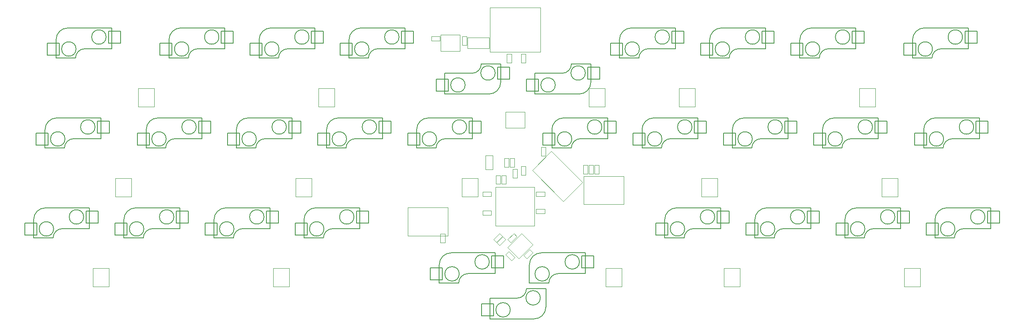
<source format=gbr>
%TF.GenerationSoftware,KiCad,Pcbnew,7.0.6*%
%TF.CreationDate,2023-07-16T23:36:15-04:00*%
%TF.ProjectId,littolRP2040,6c697474-6f6c-4525-9032-3034302e6b69,rev?*%
%TF.SameCoordinates,PX2d6b3a0PY7e098dc*%
%TF.FileFunction,Other,User*%
%FSLAX46Y46*%
G04 Gerber Fmt 4.6, Leading zero omitted, Abs format (unit mm)*
G04 Created by KiCad (PCBNEW 7.0.6) date 2023-07-16 23:36:15*
%MOMM*%
%LPD*%
G01*
G04 APERTURE LIST*
%ADD10C,0.150000*%
%ADD11C,0.127000*%
%ADD12C,0.050000*%
G04 APERTURE END LIST*
D10*
%TO.C,MX24*%
X164294727Y41910096D02*
X161754727Y41910096D01*
X164294727Y44450096D02*
X164294727Y41910096D01*
D11*
X162482727Y45100096D02*
X162482727Y40700096D01*
X162482727Y45100096D02*
X153182727Y45100096D01*
D10*
X161754727Y41910096D02*
X161754727Y44450096D01*
X161754727Y44450096D02*
X164294727Y44450096D01*
D11*
X156782727Y40700096D02*
X162482727Y40700096D01*
D10*
X151340727Y39370096D02*
X151340727Y41910096D01*
X151340727Y41910096D02*
X148800727Y41910096D01*
D11*
X150682727Y38700096D02*
X154782727Y38700096D01*
X150682727Y42600096D02*
X150682727Y38700096D01*
D10*
X148800727Y39370096D02*
X151340727Y39370096D01*
X148800727Y41910096D02*
X148800727Y39370096D01*
D11*
X156782727Y40700096D02*
G75*
G03*
X154782727Y38700096I-1J-1999999D01*
G01*
X153182727Y45100096D02*
G75*
G03*
X150682727Y42600096I0J-2500000D01*
G01*
D10*
X161246727Y43180096D02*
G75*
G03*
X161246727Y43180096I-1524000J0D01*
G01*
X154896727Y40640096D02*
G75*
G03*
X154896727Y40640096I-1524000J0D01*
G01*
D12*
%TO.C,C13*%
X109223090Y29388200D02*
X109223090Y28468200D01*
X109223090Y28468200D02*
X111043090Y28468200D01*
X111043090Y29388200D02*
X109223090Y29388200D01*
X111043090Y28468200D02*
X111043090Y29388200D01*
%TO.C,D2*%
X23726618Y32281014D02*
X23726618Y28441014D01*
X20326618Y32281014D02*
X23726618Y32281014D01*
X23726618Y28441014D02*
X20326618Y28441014D01*
X20326618Y28441014D02*
X20326618Y32281014D01*
%TO.C,C1*%
X93599612Y60532656D02*
X94519612Y60532656D01*
X94519612Y60532656D02*
X94519612Y62352656D01*
X93599612Y62352656D02*
X93599612Y60532656D01*
X94519612Y62352656D02*
X93599612Y62352656D01*
D10*
%TO.C,MX25*%
X169057239Y22860048D02*
X166517239Y22860048D01*
X169057239Y25400048D02*
X169057239Y22860048D01*
D11*
X167245239Y26050048D02*
X167245239Y21650048D01*
X167245239Y26050048D02*
X157945239Y26050048D01*
D10*
X166517239Y22860048D02*
X166517239Y25400048D01*
X166517239Y25400048D02*
X169057239Y25400048D01*
D11*
X161545239Y21650048D02*
X167245239Y21650048D01*
D10*
X156103239Y20320048D02*
X156103239Y22860048D01*
X156103239Y22860048D02*
X153563239Y22860048D01*
D11*
X155445239Y19650048D02*
X159545239Y19650048D01*
X155445239Y23550048D02*
X155445239Y19650048D01*
D10*
X153563239Y20320048D02*
X156103239Y20320048D01*
X153563239Y22860048D02*
X153563239Y20320048D01*
D11*
X161545239Y21650048D02*
G75*
G03*
X159545239Y19650048I-1J-1999999D01*
G01*
X157945239Y26050048D02*
G75*
G03*
X155445239Y23550048I0J-2500000D01*
G01*
D10*
X166009239Y24130048D02*
G75*
G03*
X166009239Y24130048I-1524000J0D01*
G01*
X159659239Y21590048D02*
G75*
G03*
X159659239Y21590048I-1524000J0D01*
G01*
D12*
%TO.C,F1*%
X99316182Y59842656D02*
X99316182Y62082656D01*
X99316182Y62082656D02*
X94756182Y62082656D01*
X94756182Y59842656D02*
X99316182Y59842656D01*
X94756182Y62082656D02*
X94756182Y59842656D01*
D10*
%TO.C,MX1*%
X21379705Y60960144D02*
X18839705Y60960144D01*
X21379705Y63500144D02*
X21379705Y60960144D01*
D11*
X19567705Y64150144D02*
X19567705Y59750144D01*
X19567705Y64150144D02*
X10267705Y64150144D01*
D10*
X18839705Y60960144D02*
X18839705Y63500144D01*
X18839705Y63500144D02*
X21379705Y63500144D01*
D11*
X13867705Y59750144D02*
X19567705Y59750144D01*
D10*
X8425705Y58420144D02*
X5885705Y58420144D01*
X8425705Y60960144D02*
X8425705Y58420144D01*
D11*
X7767705Y57750144D02*
X11867705Y57750144D01*
X7767705Y61650144D02*
X7767705Y57750144D01*
D10*
X5885705Y58420144D02*
X5885705Y60960144D01*
X5885705Y60960144D02*
X8425705Y60960144D01*
D11*
X13867705Y59750144D02*
G75*
G03*
X11867705Y57750144I-1J-1999999D01*
G01*
X10267705Y64150144D02*
G75*
G03*
X7767705Y61650144I0J-2500000D01*
G01*
D10*
X18331705Y62230144D02*
G75*
G03*
X18331705Y62230144I-1524000J0D01*
G01*
X11981705Y59690144D02*
G75*
G03*
X11981705Y59690144I-1524000J0D01*
G01*
D12*
%TO.C,U2*%
X89033042Y62662656D02*
X93133042Y62662656D01*
X89033042Y59262656D02*
X89033042Y62662656D01*
X93133042Y62662656D02*
X93133042Y59262656D01*
X93133042Y59262656D02*
X89033042Y59262656D01*
D10*
%TO.C,MX17*%
X126154969Y41910096D02*
X123614969Y41910096D01*
X126154969Y44450096D02*
X126154969Y41910096D01*
D11*
X124342969Y45100096D02*
X124342969Y40700096D01*
X124342969Y45100096D02*
X115042969Y45100096D01*
D10*
X123614969Y41910096D02*
X123614969Y44450096D01*
X123614969Y44450096D02*
X126154969Y44450096D01*
D11*
X118642969Y40700096D02*
X124342969Y40700096D01*
D10*
X113200969Y39370096D02*
X113200969Y41910096D01*
X113200969Y41910096D02*
X110660969Y41910096D01*
D11*
X112542969Y38700096D02*
X116642969Y38700096D01*
X112542969Y42600096D02*
X112542969Y38700096D01*
D10*
X110660969Y39370096D02*
X113200969Y39370096D01*
X110660969Y41910096D02*
X110660969Y39370096D01*
D11*
X118642969Y40700096D02*
G75*
G03*
X116642969Y38700096I-1J-1999999D01*
G01*
X115042969Y45100096D02*
G75*
G03*
X112542969Y42600096I0J-2500000D01*
G01*
D10*
X123106969Y43180096D02*
G75*
G03*
X123106969Y43180096I-1524000J0D01*
G01*
X116756969Y40640096D02*
G75*
G03*
X116756969Y40640096I-1524000J0D01*
G01*
%TO.C,MX27*%
X183344775Y41910096D02*
X180804775Y41910096D01*
X183344775Y44450096D02*
X183344775Y41910096D01*
D11*
X181532775Y45100096D02*
X181532775Y40700096D01*
X181532775Y45100096D02*
X172232775Y45100096D01*
D10*
X180804775Y41910096D02*
X180804775Y44450096D01*
X180804775Y44450096D02*
X183344775Y44450096D01*
D11*
X175832775Y40700096D02*
X181532775Y40700096D01*
D10*
X170390775Y39370096D02*
X170390775Y41910096D01*
X170390775Y41910096D02*
X167850775Y41910096D01*
D11*
X169732775Y38700096D02*
X173832775Y38700096D01*
X169732775Y42600096D02*
X169732775Y38700096D01*
D10*
X167850775Y39370096D02*
X170390775Y39370096D01*
X167850775Y41910096D02*
X167850775Y39370096D01*
D11*
X175832775Y40700096D02*
G75*
G03*
X173832775Y38700096I-1J-1999999D01*
G01*
X172232775Y45100096D02*
G75*
G03*
X169732775Y42600096I0J-2500000D01*
G01*
D10*
X180296775Y43180096D02*
G75*
G03*
X180296775Y43180096I-1524000J0D01*
G01*
X173946775Y40640096D02*
G75*
G03*
X173946775Y40640096I-1524000J0D01*
G01*
%TO.C,MX2*%
X19038111Y41910096D02*
X16498111Y41910096D01*
X19038111Y44450096D02*
X19038111Y41910096D01*
D11*
X17226111Y45100096D02*
X17226111Y40700096D01*
X17226111Y45100096D02*
X7926111Y45100096D01*
D10*
X16498111Y41910096D02*
X16498111Y44450096D01*
X16498111Y44450096D02*
X19038111Y44450096D01*
D11*
X11526111Y40700096D02*
X17226111Y40700096D01*
D10*
X6084111Y39370096D02*
X3544111Y39370096D01*
X6084111Y41910096D02*
X6084111Y39370096D01*
D11*
X5426111Y38700096D02*
X9526111Y38700096D01*
X5426111Y42600096D02*
X5426111Y38700096D01*
D10*
X3544111Y39370096D02*
X3544111Y41910096D01*
X3544111Y41910096D02*
X6084111Y41910096D01*
D11*
X11526111Y40700096D02*
G75*
G03*
X9526111Y38700096I-1J-1999999D01*
G01*
X7926111Y45100096D02*
G75*
G03*
X5426111Y42600096I0J-2500000D01*
G01*
D10*
X15990111Y43180096D02*
G75*
G03*
X15990111Y43180096I-1524000J0D01*
G01*
X9640111Y40640096D02*
G75*
G03*
X9640111Y40640096I-1524000J0D01*
G01*
%TO.C,MX5*%
X40429753Y41910096D02*
X37889753Y41910096D01*
X40429753Y44450096D02*
X40429753Y41910096D01*
D11*
X38617753Y45100096D02*
X38617753Y40700096D01*
X38617753Y45100096D02*
X29317753Y45100096D01*
D10*
X37889753Y41910096D02*
X37889753Y44450096D01*
X37889753Y44450096D02*
X40429753Y44450096D01*
D11*
X32917753Y40700096D02*
X38617753Y40700096D01*
D10*
X27475753Y39370096D02*
X27475753Y41910096D01*
X27475753Y41910096D02*
X24935753Y41910096D01*
D11*
X26817753Y38700096D02*
X30917753Y38700096D01*
X26817753Y42600096D02*
X26817753Y38700096D01*
D10*
X24935753Y39370096D02*
X27475753Y39370096D01*
X24935753Y41910096D02*
X24935753Y39370096D01*
D11*
X32917753Y40700096D02*
G75*
G03*
X30917753Y38700096I-1J-1999999D01*
G01*
X29317753Y45100096D02*
G75*
G03*
X26817753Y42600096I0J-2500000D01*
G01*
D10*
X37381753Y43180096D02*
G75*
G03*
X37381753Y43180096I-1524000J0D01*
G01*
X31031753Y40640096D02*
G75*
G03*
X31031753Y40640096I-1524000J0D01*
G01*
%TO.C,MX22*%
X150007191Y22860048D02*
X147467191Y22860048D01*
X150007191Y25400048D02*
X150007191Y22860048D01*
D11*
X148195191Y26050048D02*
X148195191Y21650048D01*
X148195191Y26050048D02*
X138895191Y26050048D01*
D10*
X147467191Y22860048D02*
X147467191Y25400048D01*
X147467191Y25400048D02*
X150007191Y25400048D01*
D11*
X142495191Y21650048D02*
X148195191Y21650048D01*
D10*
X137053191Y20320048D02*
X137053191Y22860048D01*
X137053191Y22860048D02*
X134513191Y22860048D01*
D11*
X136395191Y19650048D02*
X140495191Y19650048D01*
X136395191Y23550048D02*
X136395191Y19650048D01*
D10*
X134513191Y20320048D02*
X137053191Y20320048D01*
X134513191Y22860048D02*
X134513191Y20320048D01*
D11*
X142495191Y21650048D02*
G75*
G03*
X140495191Y19650048I-1J-1999999D01*
G01*
X138895191Y26050048D02*
G75*
G03*
X136395191Y23550048I0J-2500000D01*
G01*
D10*
X146959191Y24130048D02*
G75*
G03*
X146959191Y24130048I-1524000J0D01*
G01*
X140609191Y21590048D02*
G75*
G03*
X140609191Y21590048I-1524000J0D01*
G01*
D12*
%TO.C,D10*%
X142789418Y51331062D02*
X142789418Y47491062D01*
X139389418Y51331062D02*
X142789418Y51331062D01*
X142789418Y47491062D02*
X139389418Y47491062D01*
X139389418Y47491062D02*
X139389418Y51331062D01*
%TO.C,C6*%
X101934008Y31121642D02*
X102854008Y31121642D01*
X102854008Y31121642D02*
X102854008Y32941642D01*
X101934008Y32941642D02*
X101934008Y31121642D01*
X102854008Y32941642D02*
X101934008Y32941642D01*
%TO.C,Y1*%
X103176745Y17678717D02*
X106146594Y20648566D01*
X105580908Y15274554D02*
X103176745Y17678717D01*
X106146594Y20648566D02*
X108550757Y18244403D01*
X108550757Y18244403D02*
X105580908Y15274554D01*
%TO.C,C5*%
X110268404Y37074782D02*
X111188404Y37074782D01*
X111188404Y37074782D02*
X111188404Y38894782D01*
X110268404Y38894782D02*
X110268404Y37074782D01*
X111188404Y38894782D02*
X110268404Y38894782D01*
%TO.C,C3*%
X106578818Y15959560D02*
X107229356Y15309022D01*
X107229356Y15309022D02*
X108516290Y16595956D01*
X107865752Y17246494D02*
X106578818Y15959560D01*
X108516290Y16595956D02*
X107865752Y17246494D01*
D10*
%TO.C,MX3*%
X16637024Y22860048D02*
X14097024Y22860048D01*
X16637024Y25400048D02*
X16637024Y22860048D01*
D11*
X14825024Y26050048D02*
X14825024Y21650048D01*
X14825024Y26050048D02*
X5525024Y26050048D01*
D10*
X14097024Y22860048D02*
X14097024Y25400048D01*
X14097024Y25400048D02*
X16637024Y25400048D01*
D11*
X9125024Y21650048D02*
X14825024Y21650048D01*
D10*
X3683024Y20320048D02*
X3683024Y22860048D01*
X3683024Y22860048D02*
X1143024Y22860048D01*
D11*
X3025024Y19650048D02*
X7125024Y19650048D01*
X3025024Y23550048D02*
X3025024Y19650048D01*
D10*
X1143024Y20320048D02*
X3683024Y20320048D01*
X1143024Y22860048D02*
X1143024Y20320048D01*
D11*
X9125024Y21650048D02*
G75*
G03*
X7125024Y19650048I-1J-1999999D01*
G01*
X5525024Y26050048D02*
G75*
G03*
X3025024Y23550048I0J-2500000D01*
G01*
D10*
X13589024Y24130048D02*
G75*
G03*
X13589024Y24130048I-1524000J0D01*
G01*
X7239024Y21590048D02*
G75*
G03*
X7239024Y21590048I-1524000J0D01*
G01*
D12*
%TO.C,D15*%
X190414538Y13230966D02*
X190414538Y9390966D01*
X187014538Y13230966D02*
X190414538Y13230966D01*
X190414538Y9390966D02*
X187014538Y9390966D01*
X187014538Y9390966D02*
X187014538Y13230966D01*
%TO.C,R6*%
X122509370Y35067270D02*
X121569370Y35067270D01*
X121569370Y35067270D02*
X121569370Y33207270D01*
X122509370Y33207270D02*
X122509370Y35067270D01*
X121569370Y33207270D02*
X122509370Y33207270D01*
D10*
%TO.C,MX11*%
X78549680Y41910096D02*
X76009680Y41910096D01*
X78549680Y44450096D02*
X78549680Y41910096D01*
D11*
X76737680Y45100096D02*
X76737680Y40700096D01*
X76737680Y45100096D02*
X67437680Y45100096D01*
D10*
X76009680Y41910096D02*
X76009680Y44450096D01*
X76009680Y44450096D02*
X78549680Y44450096D01*
D11*
X71037680Y40700096D02*
X76737680Y40700096D01*
D10*
X65595680Y39370096D02*
X65595680Y41910096D01*
X65595680Y41910096D02*
X63055680Y41910096D01*
D11*
X64937680Y38700096D02*
X69037680Y38700096D01*
X64937680Y42600096D02*
X64937680Y38700096D01*
D10*
X63055680Y39370096D02*
X65595680Y39370096D01*
X63055680Y41910096D02*
X63055680Y39370096D01*
D11*
X71037680Y40700096D02*
G75*
G03*
X69037680Y38700096I-1J-1999999D01*
G01*
X67437680Y45100096D02*
G75*
G03*
X64937680Y42600096I0J-2500000D01*
G01*
D10*
X75501680Y43180096D02*
G75*
G03*
X75501680Y43180096I-1524000J0D01*
G01*
X69151680Y40640096D02*
G75*
G03*
X69151680Y40640096I-1524000J0D01*
G01*
D12*
%TO.C,C8*%
X102172116Y19963560D02*
X101521578Y20614098D01*
X101521578Y20614098D02*
X100234644Y19327164D01*
X100885182Y18676626D02*
X102172116Y19963560D01*
X100234644Y19327164D02*
X100885182Y18676626D01*
D10*
%TO.C,MX14*%
X97579897Y41910096D02*
X95039897Y41910096D01*
X97579897Y44450096D02*
X97579897Y41910096D01*
D11*
X95767897Y45100096D02*
X95767897Y40700096D01*
X95767897Y45100096D02*
X86467897Y45100096D01*
D10*
X95039897Y41910096D02*
X95039897Y44450096D01*
X95039897Y44450096D02*
X97579897Y44450096D01*
D11*
X90067897Y40700096D02*
X95767897Y40700096D01*
D10*
X84625897Y39370096D02*
X84625897Y41910096D01*
X84625897Y41910096D02*
X82085897Y41910096D01*
D11*
X83967897Y38700096D02*
X88067897Y38700096D01*
X83967897Y42600096D02*
X83967897Y38700096D01*
D10*
X82085897Y39370096D02*
X84625897Y39370096D01*
X82085897Y41910096D02*
X82085897Y39370096D01*
D11*
X90067897Y40700096D02*
G75*
G03*
X88067897Y38700096I-1J-1999999D01*
G01*
X86467897Y45100096D02*
G75*
G03*
X83967897Y42600096I0J-2500000D01*
G01*
D10*
X94531897Y43180096D02*
G75*
G03*
X94531897Y43180096I-1524000J0D01*
G01*
X88181897Y40640096D02*
G75*
G03*
X88181897Y40640096I-1524000J0D01*
G01*
D12*
%TO.C,D11*%
X147551930Y32281014D02*
X147551930Y28441014D01*
X144151930Y32281014D02*
X147551930Y32281014D01*
X147551930Y28441014D02*
X144151930Y28441014D01*
X144151930Y28441014D02*
X144151930Y32281014D01*
%TO.C,R9*%
X89000530Y18715362D02*
X89940530Y18715362D01*
X89940530Y18715362D02*
X89940530Y20575362D01*
X89000530Y20575362D02*
X89000530Y18715362D01*
X89940530Y20575362D02*
X89000530Y20575362D01*
D10*
%TO.C,MX8*%
X59479801Y41910096D02*
X56939801Y41910096D01*
X59479801Y44450096D02*
X59479801Y41910096D01*
D11*
X57667801Y45100096D02*
X57667801Y40700096D01*
X57667801Y45100096D02*
X48367801Y45100096D01*
D10*
X56939801Y41910096D02*
X56939801Y44450096D01*
X56939801Y44450096D02*
X59479801Y44450096D01*
D11*
X51967801Y40700096D02*
X57667801Y40700096D01*
D10*
X46525801Y39370096D02*
X46525801Y41910096D01*
X46525801Y41910096D02*
X43985801Y41910096D01*
D11*
X45867801Y38700096D02*
X49967801Y38700096D01*
X45867801Y42600096D02*
X45867801Y38700096D01*
D10*
X43985801Y39370096D02*
X46525801Y39370096D01*
X43985801Y41910096D02*
X43985801Y39370096D01*
D11*
X51967801Y40700096D02*
G75*
G03*
X49967801Y38700096I-1J-1999999D01*
G01*
X48367801Y45100096D02*
G75*
G03*
X45867801Y42600096I0J-2500000D01*
G01*
D10*
X56431801Y43180096D02*
G75*
G03*
X56431801Y43180096I-1524000J0D01*
G01*
X50081801Y40640096D02*
G75*
G03*
X50081801Y40640096I-1524000J0D01*
G01*
%TO.C,MX10*%
X83292361Y60960144D02*
X80752361Y60960144D01*
X83292361Y63500144D02*
X83292361Y60960144D01*
D11*
X81480361Y64150144D02*
X81480361Y59750144D01*
X81480361Y64150144D02*
X72180361Y64150144D01*
D10*
X80752361Y60960144D02*
X80752361Y63500144D01*
X80752361Y63500144D02*
X83292361Y63500144D01*
D11*
X75780361Y59750144D02*
X81480361Y59750144D01*
D10*
X70338361Y58420144D02*
X70338361Y60960144D01*
X70338361Y60960144D02*
X67798361Y60960144D01*
D11*
X69680361Y57750144D02*
X73780361Y57750144D01*
X69680361Y61650144D02*
X69680361Y57750144D01*
D10*
X67798361Y58420144D02*
X70338361Y58420144D01*
X67798361Y60960144D02*
X67798361Y58420144D01*
D11*
X75780361Y59750144D02*
G75*
G03*
X73780361Y57750144I-1J-1999999D01*
G01*
X72180361Y64150144D02*
G75*
G03*
X69680361Y61650144I0J-2500000D01*
G01*
D10*
X80244361Y62230144D02*
G75*
G03*
X80244361Y62230144I-1524000J0D01*
G01*
X73894361Y59690144D02*
G75*
G03*
X73894361Y59690144I-1524000J0D01*
G01*
%TO.C,MX7*%
X64281975Y60960144D02*
X61741975Y60960144D01*
X64281975Y63500144D02*
X64281975Y60960144D01*
D11*
X62469975Y64150144D02*
X62469975Y59750144D01*
X62469975Y64150144D02*
X53169975Y64150144D01*
D10*
X61741975Y60960144D02*
X61741975Y63500144D01*
X61741975Y63500144D02*
X64281975Y63500144D01*
D11*
X56769975Y59750144D02*
X62469975Y59750144D01*
D10*
X51327975Y58420144D02*
X51327975Y60960144D01*
X51327975Y60960144D02*
X48787975Y60960144D01*
D11*
X50669975Y57750144D02*
X54769975Y57750144D01*
X50669975Y61650144D02*
X50669975Y57750144D01*
D10*
X48787975Y58420144D02*
X51327975Y58420144D01*
X48787975Y60960144D02*
X48787975Y58420144D01*
D11*
X56769975Y59750144D02*
G75*
G03*
X54769975Y57750144I-1J-1999999D01*
G01*
X53169975Y64150144D02*
G75*
G03*
X50669975Y61650144I0J-2500000D01*
G01*
D10*
X61233975Y62230144D02*
G75*
G03*
X61233975Y62230144I-1524000J0D01*
G01*
X54883975Y59690144D02*
G75*
G03*
X54883975Y59690144I-1524000J0D01*
G01*
D12*
%TO.C,U1*%
X106825264Y42948550D02*
X102725264Y42948550D01*
X106825264Y46348550D02*
X106825264Y42948550D01*
X102725264Y42948550D02*
X102725264Y46348550D01*
X102725264Y46348550D02*
X106825264Y46348550D01*
%TO.C,R7*%
X120378742Y33207270D02*
X121318742Y33207270D01*
X121318742Y33207270D02*
X121318742Y35067270D01*
X120378742Y35067270D02*
X120378742Y33207270D01*
X121318742Y35067270D02*
X120378742Y35067270D01*
%TO.C,C14*%
X99732124Y24543188D02*
X99732124Y25463188D01*
X99732124Y25463188D02*
X97912124Y25463188D01*
X97912124Y24543188D02*
X99732124Y24543188D01*
X97912124Y25463188D02*
X97912124Y24543188D01*
%TO.C,R2*%
X106055264Y56815458D02*
X106995264Y56815458D01*
X106995264Y56815458D02*
X106995264Y58675458D01*
X106055264Y58675458D02*
X106055264Y56815458D01*
X106995264Y58675458D02*
X106055264Y58675458D01*
D10*
%TO.C,MX15*%
X102362240Y13335024D02*
X99822240Y13335024D01*
X102362240Y15875024D02*
X102362240Y13335024D01*
D11*
X100550240Y16525024D02*
X100550240Y12125024D01*
X100550240Y16525024D02*
X91250240Y16525024D01*
D10*
X99822240Y13335024D02*
X99822240Y15875024D01*
X99822240Y15875024D02*
X102362240Y15875024D01*
D11*
X94850240Y12125024D02*
X100550240Y12125024D01*
D10*
X89408240Y10795024D02*
X89408240Y13335024D01*
X89408240Y13335024D02*
X86868240Y13335024D01*
D11*
X88750240Y10125024D02*
X92850240Y10125024D01*
X88750240Y14025024D02*
X88750240Y10125024D01*
D10*
X86868240Y10795024D02*
X89408240Y10795024D01*
X86868240Y13335024D02*
X86868240Y10795024D01*
D11*
X94850240Y12125024D02*
G75*
G03*
X92850240Y10125024I-1J-1999999D01*
G01*
X91250240Y16525024D02*
G75*
G03*
X88750240Y14025024I0J-2500000D01*
G01*
D10*
X99314240Y14605024D02*
G75*
G03*
X99314240Y14605024I-1524000J0D01*
G01*
X92964240Y12065024D02*
G75*
G03*
X92964240Y12065024I-1524000J0D01*
G01*
D12*
%TO.C,D6*%
X57064202Y13230966D02*
X57064202Y9390966D01*
X53664202Y13230966D02*
X57064202Y13230966D01*
X57064202Y9390966D02*
X53664202Y9390966D01*
X53664202Y9390966D02*
X53664202Y13230966D01*
%TO.C,C9*%
X98572124Y34153526D02*
X100032124Y34153526D01*
X100032124Y34153526D02*
X100032124Y37113526D01*
X98572124Y37113526D02*
X98572124Y34153526D01*
X100032124Y37113526D02*
X98572124Y37113526D01*
D10*
%TO.C,MX18*%
X121412288Y13335024D02*
X118872288Y13335024D01*
X121412288Y15875024D02*
X121412288Y13335024D01*
D11*
X119600288Y16525024D02*
X119600288Y12125024D01*
X119600288Y16525024D02*
X110300288Y16525024D01*
D10*
X118872288Y13335024D02*
X118872288Y15875024D01*
X118872288Y15875024D02*
X121412288Y15875024D01*
D11*
X113900288Y12125024D02*
X119600288Y12125024D01*
X107800288Y10125024D02*
X111900288Y10125024D01*
X107800288Y14025024D02*
X107800288Y10125024D01*
X113900288Y12125024D02*
G75*
G03*
X111900288Y10125024I-1J-1999999D01*
G01*
X110300288Y16525024D02*
G75*
G03*
X107800288Y14025024I0J-2500000D01*
G01*
D10*
X118364288Y14605024D02*
G75*
G03*
X118364288Y14605024I-1524000J0D01*
G01*
X112014288Y12065024D02*
G75*
G03*
X112014288Y12065024I-1524000J0D01*
G01*
D12*
%TO.C,U4*%
X108895264Y22208200D02*
X100655264Y22208200D01*
X108895264Y30448200D02*
X108895264Y22208200D01*
X100655264Y22208200D02*
X100655264Y30448200D01*
X100655264Y30448200D02*
X108895264Y30448200D01*
D10*
%TO.C,MX9*%
X54756951Y22860048D02*
X52216951Y22860048D01*
X54756951Y25400048D02*
X54756951Y22860048D01*
D11*
X52944951Y26050048D02*
X52944951Y21650048D01*
X52944951Y26050048D02*
X43644951Y26050048D01*
D10*
X52216951Y22860048D02*
X52216951Y25400048D01*
X52216951Y25400048D02*
X54756951Y25400048D01*
D11*
X47244951Y21650048D02*
X52944951Y21650048D01*
D10*
X41802951Y20320048D02*
X41802951Y22860048D01*
X41802951Y22860048D02*
X39262951Y22860048D01*
D11*
X41144951Y19650048D02*
X45244951Y19650048D01*
X41144951Y23550048D02*
X41144951Y19650048D01*
D10*
X39262951Y20320048D02*
X41802951Y20320048D01*
X39262951Y22860048D02*
X39262951Y20320048D01*
D11*
X47244951Y21650048D02*
G75*
G03*
X45244951Y19650048I-1J-1999999D01*
G01*
X43644951Y26050048D02*
G75*
G03*
X41144951Y23550048I0J-2500000D01*
G01*
D10*
X51708951Y24130048D02*
G75*
G03*
X51708951Y24130048I-1524000J0D01*
G01*
X45358951Y21590048D02*
G75*
G03*
X45358951Y21590048I-1524000J0D01*
G01*
%TO.C,MX29*%
X202374992Y60960144D02*
X199834992Y60960144D01*
X202374992Y63500144D02*
X202374992Y60960144D01*
D11*
X200562992Y64150144D02*
X200562992Y59750144D01*
X200562992Y64150144D02*
X191262992Y64150144D01*
D10*
X199834992Y60960144D02*
X199834992Y63500144D01*
X199834992Y63500144D02*
X202374992Y63500144D01*
D11*
X194862992Y59750144D02*
X200562992Y59750144D01*
D10*
X189420992Y58420144D02*
X186880992Y58420144D01*
X189420992Y60960144D02*
X189420992Y58420144D01*
D11*
X188762992Y57750144D02*
X192862992Y57750144D01*
X188762992Y61650144D02*
X188762992Y57750144D01*
D10*
X186880992Y58420144D02*
X186880992Y60960144D01*
X186880992Y60960144D02*
X189420992Y60960144D01*
D11*
X194862992Y59750144D02*
G75*
G03*
X192862992Y57750144I-1J-1999999D01*
G01*
X191262992Y64150144D02*
G75*
G03*
X188762992Y61650144I0J-2500000D01*
G01*
D10*
X199326992Y62230144D02*
G75*
G03*
X199326992Y62230144I-1524000J0D01*
G01*
X192976992Y59690144D02*
G75*
G03*
X192976992Y59690144I-1524000J0D01*
G01*
D12*
%TO.C,D12*%
X152314442Y13230966D02*
X152314442Y9390966D01*
X148914442Y13230966D02*
X152314442Y13230966D01*
X152314442Y9390966D02*
X148914442Y9390966D01*
X148914442Y9390966D02*
X148914442Y13230966D01*
%TO.C,U3*%
X114970695Y27431898D02*
X108394602Y34007991D01*
X119015346Y31476549D02*
X114970695Y27431898D01*
X108394602Y34007991D02*
X112439253Y38052642D01*
X112439253Y38052642D02*
X119015346Y31476549D01*
%TO.C,D9*%
X127311254Y13230966D02*
X127311254Y9390966D01*
X123911254Y13230966D02*
X127311254Y13230966D01*
X127311254Y9390966D02*
X123911254Y9390966D01*
X123911254Y9390966D02*
X123911254Y13230966D01*
%TO.C,C11*%
X100743380Y31121642D02*
X101663380Y31121642D01*
X101663380Y31121642D02*
X101663380Y32941642D01*
X100743380Y32941642D02*
X100743380Y31121642D01*
X101663380Y32941642D02*
X100743380Y32941642D01*
%TO.C,R8*%
X120128114Y35067270D02*
X119188114Y35067270D01*
X119188114Y35067270D02*
X119188114Y33207270D01*
X120128114Y33207270D02*
X120128114Y35067270D01*
X119188114Y33207270D02*
X120128114Y33207270D01*
%TO.C,D5*%
X61826714Y32281014D02*
X61826714Y28441014D01*
X58426714Y32281014D02*
X61826714Y32281014D01*
X61826714Y28441014D02*
X58426714Y28441014D01*
X58426714Y28441014D02*
X58426714Y32281014D01*
%TO.C,R5*%
X103190001Y19320093D02*
X103854681Y18655413D01*
X103854681Y18655413D02*
X105169899Y19970631D01*
X104505219Y20635311D02*
X103190001Y19320093D01*
X105169899Y19970631D02*
X104505219Y20635311D01*
%TO.C,C15*%
X109223090Y25788200D02*
X109223090Y24868200D01*
X109223090Y24868200D02*
X111043090Y24868200D01*
X111043090Y25788200D02*
X109223090Y25788200D01*
X111043090Y24868200D02*
X111043090Y25788200D01*
D10*
%TO.C,MX12*%
X73767337Y22860048D02*
X71227337Y22860048D01*
X73767337Y25400048D02*
X73767337Y22860048D01*
D11*
X71955337Y26050048D02*
X71955337Y21650048D01*
X71955337Y26050048D02*
X62655337Y26050048D01*
D10*
X71227337Y22860048D02*
X71227337Y25400048D01*
X71227337Y25400048D02*
X73767337Y25400048D01*
D11*
X66255337Y21650048D02*
X71955337Y21650048D01*
D10*
X60813337Y20320048D02*
X60813337Y22860048D01*
X60813337Y22860048D02*
X58273337Y22860048D01*
D11*
X60155337Y19650048D02*
X64255337Y19650048D01*
X60155337Y23550048D02*
X60155337Y19650048D01*
D10*
X58273337Y20320048D02*
X60813337Y20320048D01*
X58273337Y22860048D02*
X58273337Y20320048D01*
D11*
X66255337Y21650048D02*
G75*
G03*
X64255337Y19650048I-1J-1999999D01*
G01*
X62655337Y26050048D02*
G75*
G03*
X60155337Y23550048I0J-2500000D01*
G01*
D10*
X70719337Y24130048D02*
G75*
G03*
X70719337Y24130048I-1524000J0D01*
G01*
X64369337Y21590048D02*
G75*
G03*
X64369337Y21590048I-1524000J0D01*
G01*
D12*
%TO.C,D4*%
X66589226Y51331062D02*
X66589226Y47491062D01*
X63189226Y51331062D02*
X66589226Y51331062D01*
X66589226Y47491062D02*
X63189226Y47491062D01*
X63189226Y47491062D02*
X63189226Y51331062D01*
%TO.C,D3*%
X18964106Y13230966D02*
X18964106Y9390966D01*
X15564106Y13230966D02*
X18964106Y13230966D01*
X18964106Y9390966D02*
X15564106Y9390966D01*
X15564106Y9390966D02*
X15564106Y13230966D01*
%TO.C,D8*%
X96950240Y32281014D02*
X96950240Y28441014D01*
X93550240Y32281014D02*
X96950240Y32281014D01*
X96950240Y28441014D02*
X93550240Y28441014D01*
X93550240Y28441014D02*
X93550240Y32281014D01*
D10*
%TO.C,MX21*%
X145205017Y41910096D02*
X142665017Y41910096D01*
X145205017Y44450096D02*
X145205017Y41910096D01*
D11*
X143393017Y45100096D02*
X143393017Y40700096D01*
X143393017Y45100096D02*
X134093017Y45100096D01*
D10*
X142665017Y41910096D02*
X142665017Y44450096D01*
X142665017Y44450096D02*
X145205017Y44450096D01*
D11*
X137693017Y40700096D02*
X143393017Y40700096D01*
D10*
X132251017Y39370096D02*
X132251017Y41910096D01*
X132251017Y41910096D02*
X129711017Y41910096D01*
D11*
X131593017Y38700096D02*
X135693017Y38700096D01*
X131593017Y42600096D02*
X131593017Y38700096D01*
D10*
X129711017Y39370096D02*
X132251017Y39370096D01*
X129711017Y41910096D02*
X129711017Y39370096D01*
D11*
X137693017Y40700096D02*
G75*
G03*
X135693017Y38700096I-1J-1999999D01*
G01*
X134093017Y45100096D02*
G75*
G03*
X131593017Y42600096I0J-2500000D01*
G01*
D10*
X142157017Y43180096D02*
G75*
G03*
X142157017Y43180096I-1524000J0D01*
G01*
X135807017Y40640096D02*
G75*
G03*
X135807017Y40640096I-1524000J0D01*
G01*
%TO.C,MX6*%
X35706903Y22860048D02*
X33166903Y22860048D01*
X35706903Y25400048D02*
X35706903Y22860048D01*
D11*
X33894903Y26050048D02*
X33894903Y21650048D01*
X33894903Y26050048D02*
X24594903Y26050048D01*
D10*
X33166903Y22860048D02*
X33166903Y25400048D01*
X33166903Y25400048D02*
X35706903Y25400048D01*
D11*
X28194903Y21650048D02*
X33894903Y21650048D01*
D10*
X22752903Y20320048D02*
X22752903Y22860048D01*
X22752903Y22860048D02*
X20212903Y22860048D01*
D11*
X22094903Y19650048D02*
X26194903Y19650048D01*
X22094903Y23550048D02*
X22094903Y19650048D01*
D10*
X20212903Y20320048D02*
X22752903Y20320048D01*
X20212903Y22860048D02*
X20212903Y20320048D01*
D11*
X28194903Y21650048D02*
G75*
G03*
X26194903Y19650048I-1J-1999999D01*
G01*
X24594903Y26050048D02*
G75*
G03*
X22094903Y23550048I0J-2500000D01*
G01*
D10*
X32658903Y24130048D02*
G75*
G03*
X32658903Y24130048I-1524000J0D01*
G01*
X26308903Y21590048D02*
G75*
G03*
X26308903Y21590048I-1524000J0D01*
G01*
D12*
%TO.C,D1*%
X28489130Y51331062D02*
X28489130Y47491062D01*
X25089130Y51331062D02*
X28489130Y51331062D01*
X28489130Y47491062D02*
X25089130Y47491062D01*
X25089130Y47491062D02*
X25089130Y51331062D01*
D10*
%TO.C,MX30*%
X204736417Y41910096D02*
X202196417Y41910096D01*
X204736417Y44450096D02*
X204736417Y41910096D01*
D11*
X202924417Y45100096D02*
X202924417Y40700096D01*
X202924417Y45100096D02*
X193624417Y45100096D01*
D10*
X202196417Y41910096D02*
X202196417Y44450096D01*
X202196417Y44450096D02*
X204736417Y44450096D01*
D11*
X197224417Y40700096D02*
X202924417Y40700096D01*
D10*
X191782417Y39370096D02*
X189242417Y39370096D01*
X191782417Y41910096D02*
X191782417Y39370096D01*
D11*
X191124417Y38700096D02*
X195224417Y38700096D01*
X191124417Y42600096D02*
X191124417Y38700096D01*
D10*
X189242417Y39370096D02*
X189242417Y41910096D01*
X189242417Y41910096D02*
X191782417Y41910096D01*
D11*
X197224417Y40700096D02*
G75*
G03*
X195224417Y38700096I-1J-1999999D01*
G01*
X193624417Y45100096D02*
G75*
G03*
X191124417Y42600096I0J-2500000D01*
G01*
D10*
X201688417Y43180096D02*
G75*
G03*
X201688417Y43180096I-1524000J0D01*
G01*
X195338417Y40640096D02*
G75*
G03*
X195338417Y40640096I-1524000J0D01*
G01*
D12*
%TO.C,R4*%
X102519322Y34703526D02*
X103459322Y34703526D01*
X103459322Y34703526D02*
X103459322Y36563526D01*
X102519322Y36563526D02*
X102519322Y34703526D01*
X103459322Y36563526D02*
X102519322Y36563526D01*
D10*
%TO.C,MX13*%
X88118409Y53340144D02*
X90658409Y53340144D01*
X88118409Y50800144D02*
X88118409Y53340144D01*
D11*
X89930409Y50150144D02*
X89930409Y54550144D01*
X89930409Y50150144D02*
X99230409Y50150144D01*
D10*
X90658409Y53340144D02*
X90658409Y50800144D01*
X90658409Y50800144D02*
X88118409Y50800144D01*
D11*
X95630409Y54550144D02*
X89930409Y54550144D01*
D10*
X101072409Y55880144D02*
X101072409Y53340144D01*
X101072409Y53340144D02*
X103612409Y53340144D01*
D11*
X101730409Y56550144D02*
X97630409Y56550144D01*
X101730409Y52650144D02*
X101730409Y56550144D01*
D10*
X103612409Y55880144D02*
X101072409Y55880144D01*
X103612409Y53340144D02*
X103612409Y55880144D01*
D11*
X95630409Y54550144D02*
G75*
G03*
X97630409Y56550144I1J1999999D01*
G01*
X99230409Y50150144D02*
G75*
G03*
X101730409Y52650144I0J2500000D01*
G01*
D10*
X94214409Y52070144D02*
G75*
G03*
X94214409Y52070144I-1524000J0D01*
G01*
X100564409Y54610144D02*
G75*
G03*
X100564409Y54610144I-1524000J0D01*
G01*
D12*
%TO.C,C2*%
X88901158Y61452656D02*
X88901158Y62372656D01*
X88901158Y62372656D02*
X87081158Y62372656D01*
X87081158Y61452656D02*
X88901158Y61452656D01*
X87081158Y62372656D02*
X87081158Y61452656D01*
D10*
%TO.C,MX16*%
X107168457Y53340144D02*
X109708457Y53340144D01*
X107168457Y50800144D02*
X107168457Y53340144D01*
D11*
X108980457Y50150144D02*
X108980457Y54550144D01*
X108980457Y50150144D02*
X118280457Y50150144D01*
D10*
X109708457Y53340144D02*
X109708457Y50800144D01*
X109708457Y50800144D02*
X107168457Y50800144D01*
D11*
X114680457Y54550144D02*
X108980457Y54550144D01*
D10*
X120122457Y55880144D02*
X120122457Y53340144D01*
X120122457Y53340144D02*
X122662457Y53340144D01*
D11*
X120780457Y56550144D02*
X116680457Y56550144D01*
X120780457Y52650144D02*
X120780457Y56550144D01*
D10*
X122662457Y55880144D02*
X120122457Y55880144D01*
X122662457Y53340144D02*
X122662457Y55880144D01*
D11*
X114680457Y54550144D02*
G75*
G03*
X116680457Y56550144I1J1999999D01*
G01*
X118280457Y50150144D02*
G75*
G03*
X120780457Y52650144I0J2500000D01*
G01*
D10*
X113264457Y52070144D02*
G75*
G03*
X113264457Y52070144I-1524000J0D01*
G01*
X119614457Y54610144D02*
G75*
G03*
X119614457Y54610144I-1524000J0D01*
G01*
D12*
%TO.C,C16*%
X102767430Y19368246D02*
X102116892Y20018784D01*
X102116892Y20018784D02*
X100829958Y18731850D01*
X101480496Y18081312D02*
X102767430Y19368246D01*
X100829958Y18731850D02*
X101480496Y18081312D01*
%TO.C,RESET1*%
X82070530Y26103188D02*
X82070530Y20103188D01*
X82070530Y20103188D02*
X90570530Y20103188D01*
X90570530Y26103188D02*
X82070530Y26103188D01*
X90570530Y20103188D02*
X90570530Y26103188D01*
%TO.C,C7*%
X106101206Y33022898D02*
X107021206Y33022898D01*
X107021206Y33022898D02*
X107021206Y34842898D01*
X106101206Y34842898D02*
X106101206Y33022898D01*
X107021206Y34842898D02*
X106101206Y34842898D01*
D10*
%TO.C,MX28*%
X188087456Y22860048D02*
X185547456Y22860048D01*
X188087456Y25400048D02*
X188087456Y22860048D01*
D11*
X186275456Y26050048D02*
X186275456Y21650048D01*
X186275456Y26050048D02*
X176975456Y26050048D01*
D10*
X185547456Y22860048D02*
X185547456Y25400048D01*
X185547456Y25400048D02*
X188087456Y25400048D01*
D11*
X180575456Y21650048D02*
X186275456Y21650048D01*
D10*
X175133456Y20320048D02*
X175133456Y22860048D01*
X175133456Y22860048D02*
X172593456Y22860048D01*
D11*
X174475456Y19650048D02*
X178575456Y19650048D01*
X174475456Y23550048D02*
X174475456Y19650048D01*
D10*
X172593456Y20320048D02*
X175133456Y20320048D01*
X172593456Y22860048D02*
X172593456Y20320048D01*
D11*
X180575456Y21650048D02*
G75*
G03*
X178575456Y19650048I-1J-1999999D01*
G01*
X176975456Y26050048D02*
G75*
G03*
X174475456Y23550048I0J-2500000D01*
G01*
D10*
X185039456Y24130048D02*
G75*
G03*
X185039456Y24130048I-1524000J0D01*
G01*
X178689456Y21590048D02*
G75*
G03*
X178689456Y21590048I-1524000J0D01*
G01*
D12*
%TO.C,R1*%
X103995264Y58675458D02*
X103055264Y58675458D01*
X103055264Y58675458D02*
X103055264Y56815458D01*
X103995264Y56815458D02*
X103995264Y58675458D01*
X103055264Y56815458D02*
X103995264Y56815458D01*
%TO.C,C12*%
X104315264Y32427584D02*
X105235264Y32427584D01*
X105235264Y32427584D02*
X105235264Y34247584D01*
X104315264Y34247584D02*
X104315264Y32427584D01*
X105235264Y34247584D02*
X104315264Y34247584D01*
%TO.C,D13*%
X180889514Y51331062D02*
X180889514Y47491062D01*
X177489514Y51331062D02*
X180889514Y51331062D01*
X180889514Y47491062D02*
X177489514Y47491062D01*
X177489514Y47491062D02*
X177489514Y51331062D01*
D10*
%TO.C,MX19*%
X97663264Y5715024D02*
X100203264Y5715024D01*
X97663264Y3175024D02*
X97663264Y5715024D01*
D11*
X99475264Y2525024D02*
X99475264Y6925024D01*
X99475264Y2525024D02*
X108775264Y2525024D01*
D10*
X100203264Y5715024D02*
X100203264Y3175024D01*
X100203264Y3175024D02*
X97663264Y3175024D01*
D11*
X105175264Y6925024D02*
X99475264Y6925024D01*
X111275264Y8925024D02*
X107175264Y8925024D01*
X111275264Y5025024D02*
X111275264Y8925024D01*
X105175264Y6925024D02*
G75*
G03*
X107175264Y8925024I1J1999999D01*
G01*
X108775264Y2525024D02*
G75*
G03*
X111275264Y5025024I0J2500000D01*
G01*
D10*
X103759264Y4445024D02*
G75*
G03*
X103759264Y4445024I-1524000J0D01*
G01*
X110109264Y6985024D02*
G75*
G03*
X110109264Y6985024I-1524000J0D01*
G01*
D12*
%TO.C,J1*%
X99455264Y68443912D02*
X110095264Y68443912D01*
X99455264Y59023912D02*
X99455264Y68443912D01*
X99455264Y59023912D02*
X110095264Y59023912D01*
X110095264Y59023912D02*
X110095264Y68443912D01*
%TO.C,R3*%
X103709950Y34703526D02*
X104649950Y34703526D01*
X104649950Y34703526D02*
X104649950Y36563526D01*
X103709950Y36563526D02*
X103709950Y34703526D01*
X104649950Y36563526D02*
X103709950Y36563526D01*
D10*
%TO.C,MX26*%
X178562432Y60960144D02*
X176022432Y60960144D01*
X178562432Y63500144D02*
X178562432Y60960144D01*
D11*
X176750432Y64150144D02*
X176750432Y59750144D01*
X176750432Y64150144D02*
X167450432Y64150144D01*
D10*
X176022432Y60960144D02*
X176022432Y63500144D01*
X176022432Y63500144D02*
X178562432Y63500144D01*
D11*
X171050432Y59750144D02*
X176750432Y59750144D01*
D10*
X165608432Y58420144D02*
X165608432Y60960144D01*
X165608432Y60960144D02*
X163068432Y60960144D01*
D11*
X164950432Y57750144D02*
X169050432Y57750144D01*
X164950432Y61650144D02*
X164950432Y57750144D01*
D10*
X163068432Y58420144D02*
X165608432Y58420144D01*
X163068432Y60960144D02*
X163068432Y58420144D01*
D11*
X171050432Y59750144D02*
G75*
G03*
X169050432Y57750144I-1J-1999999D01*
G01*
X167450432Y64150144D02*
G75*
G03*
X164950432Y61650144I0J-2500000D01*
G01*
D10*
X175514432Y62230144D02*
G75*
G03*
X175514432Y62230144I-1524000J0D01*
G01*
X169164432Y59690144D02*
G75*
G03*
X169164432Y59690144I-1524000J0D01*
G01*
%TO.C,MX31*%
X207117673Y22860048D02*
X204577673Y22860048D01*
X207117673Y25400048D02*
X207117673Y22860048D01*
D11*
X205305673Y26050048D02*
X205305673Y21650048D01*
X205305673Y26050048D02*
X196005673Y26050048D01*
D10*
X204577673Y22860048D02*
X204577673Y25400048D01*
X204577673Y25400048D02*
X207117673Y25400048D01*
D11*
X199605673Y21650048D02*
X205305673Y21650048D01*
D10*
X194163673Y20320048D02*
X194163673Y22860048D01*
X194163673Y22860048D02*
X191623673Y22860048D01*
D11*
X193505673Y19650048D02*
X197605673Y19650048D01*
X193505673Y23550048D02*
X193505673Y19650048D01*
D10*
X191623673Y20320048D02*
X194163673Y20320048D01*
X191623673Y22860048D02*
X191623673Y20320048D01*
D11*
X199605673Y21650048D02*
G75*
G03*
X197605673Y19650048I-1J-1999999D01*
G01*
X196005673Y26050048D02*
G75*
G03*
X193505673Y23550048I0J-2500000D01*
G01*
D10*
X204069673Y24130048D02*
G75*
G03*
X204069673Y24130048I-1524000J0D01*
G01*
X197719673Y21590048D02*
G75*
G03*
X197719673Y21590048I-1524000J0D01*
G01*
D12*
%TO.C,D7*%
X123739370Y51331062D02*
X123739370Y47491062D01*
X120339370Y51331062D02*
X123739370Y51331062D01*
X123739370Y47491062D02*
X120339370Y47491062D01*
X120339370Y47491062D02*
X120339370Y51331062D01*
D10*
%TO.C,MX20*%
X140442505Y60960144D02*
X137902505Y60960144D01*
X140442505Y63500144D02*
X140442505Y60960144D01*
D11*
X138630505Y64150144D02*
X138630505Y59750144D01*
X138630505Y64150144D02*
X129330505Y64150144D01*
D10*
X137902505Y60960144D02*
X137902505Y63500144D01*
X137902505Y63500144D02*
X140442505Y63500144D01*
D11*
X132930505Y59750144D02*
X138630505Y59750144D01*
D10*
X127488505Y58420144D02*
X127488505Y60960144D01*
X127488505Y60960144D02*
X124948505Y60960144D01*
D11*
X126830505Y57750144D02*
X130930505Y57750144D01*
X126830505Y61650144D02*
X126830505Y57750144D01*
D10*
X124948505Y58420144D02*
X127488505Y58420144D01*
X124948505Y60960144D02*
X124948505Y58420144D01*
D11*
X132930505Y59750144D02*
G75*
G03*
X130930505Y57750144I-1J-1999999D01*
G01*
X129330505Y64150144D02*
G75*
G03*
X126830505Y61650144I0J-2500000D01*
G01*
D10*
X137394505Y62230144D02*
G75*
G03*
X137394505Y62230144I-1524000J0D01*
G01*
X131044505Y59690144D02*
G75*
G03*
X131044505Y59690144I-1524000J0D01*
G01*
%TO.C,MX4*%
X45231927Y60960144D02*
X42691927Y60960144D01*
X45231927Y63500144D02*
X45231927Y60960144D01*
D11*
X43419927Y64150144D02*
X43419927Y59750144D01*
X43419927Y64150144D02*
X34119927Y64150144D01*
D10*
X42691927Y60960144D02*
X42691927Y63500144D01*
X42691927Y63500144D02*
X45231927Y63500144D01*
D11*
X37719927Y59750144D02*
X43419927Y59750144D01*
D10*
X32277927Y58420144D02*
X32277927Y60960144D01*
X32277927Y60960144D02*
X29737927Y60960144D01*
D11*
X31619927Y57750144D02*
X35719927Y57750144D01*
X31619927Y61650144D02*
X31619927Y57750144D01*
D10*
X29737927Y58420144D02*
X32277927Y58420144D01*
X29737927Y60960144D02*
X29737927Y58420144D01*
D11*
X37719927Y59750144D02*
G75*
G03*
X35719927Y57750144I-1J-1999999D01*
G01*
X34119927Y64150144D02*
G75*
G03*
X31619927Y61650144I0J-2500000D01*
G01*
D10*
X42183927Y62230144D02*
G75*
G03*
X42183927Y62230144I-1524000J0D01*
G01*
X35833927Y59690144D02*
G75*
G03*
X35833927Y59690144I-1524000J0D01*
G01*
D12*
%TO.C,C4*%
X104056597Y14867472D02*
X104707135Y15518010D01*
X104707135Y15518010D02*
X103420201Y16804944D01*
X102769663Y16154406D02*
X104056597Y14867472D01*
X103420201Y16804944D02*
X102769663Y16154406D01*
%TO.C,D14*%
X185652026Y32281014D02*
X185652026Y28441014D01*
X182252026Y32281014D02*
X185652026Y32281014D01*
X185652026Y28441014D02*
X182252026Y28441014D01*
X182252026Y28441014D02*
X182252026Y32281014D01*
D10*
%TO.C,MX23*%
X159512384Y60960144D02*
X156972384Y60960144D01*
X159512384Y63500144D02*
X159512384Y60960144D01*
D11*
X157700384Y64150144D02*
X157700384Y59750144D01*
X157700384Y64150144D02*
X148400384Y64150144D01*
D10*
X156972384Y60960144D02*
X156972384Y63500144D01*
X156972384Y63500144D02*
X159512384Y63500144D01*
D11*
X152000384Y59750144D02*
X157700384Y59750144D01*
D10*
X146558384Y58420144D02*
X146558384Y60960144D01*
X146558384Y60960144D02*
X144018384Y60960144D01*
D11*
X145900384Y57750144D02*
X150000384Y57750144D01*
X145900384Y61650144D02*
X145900384Y57750144D01*
D10*
X144018384Y58420144D02*
X146558384Y58420144D01*
X144018384Y60960144D02*
X144018384Y58420144D01*
D11*
X152000384Y59750144D02*
G75*
G03*
X150000384Y57750144I-1J-1999999D01*
G01*
X148400384Y64150144D02*
G75*
G03*
X145900384Y61650144I0J-2500000D01*
G01*
D10*
X156464384Y62230144D02*
G75*
G03*
X156464384Y62230144I-1524000J0D01*
G01*
X150114384Y59690144D02*
G75*
G03*
X150114384Y59690144I-1524000J0D01*
G01*
D12*
%TO.C,C10*%
X99732124Y28468200D02*
X99732124Y29388200D01*
X99732124Y29388200D02*
X97912124Y29388200D01*
X97912124Y28468200D02*
X99732124Y28468200D01*
X97912124Y29388200D02*
X97912124Y28468200D01*
%TO.C,BOOT1*%
X127777655Y26765700D02*
X127777655Y32765700D01*
X127777655Y32765700D02*
X119277655Y32765700D01*
X119277655Y26765700D02*
X127777655Y26765700D01*
X119277655Y32765700D02*
X119277655Y26765700D01*
%TD*%
M02*

</source>
